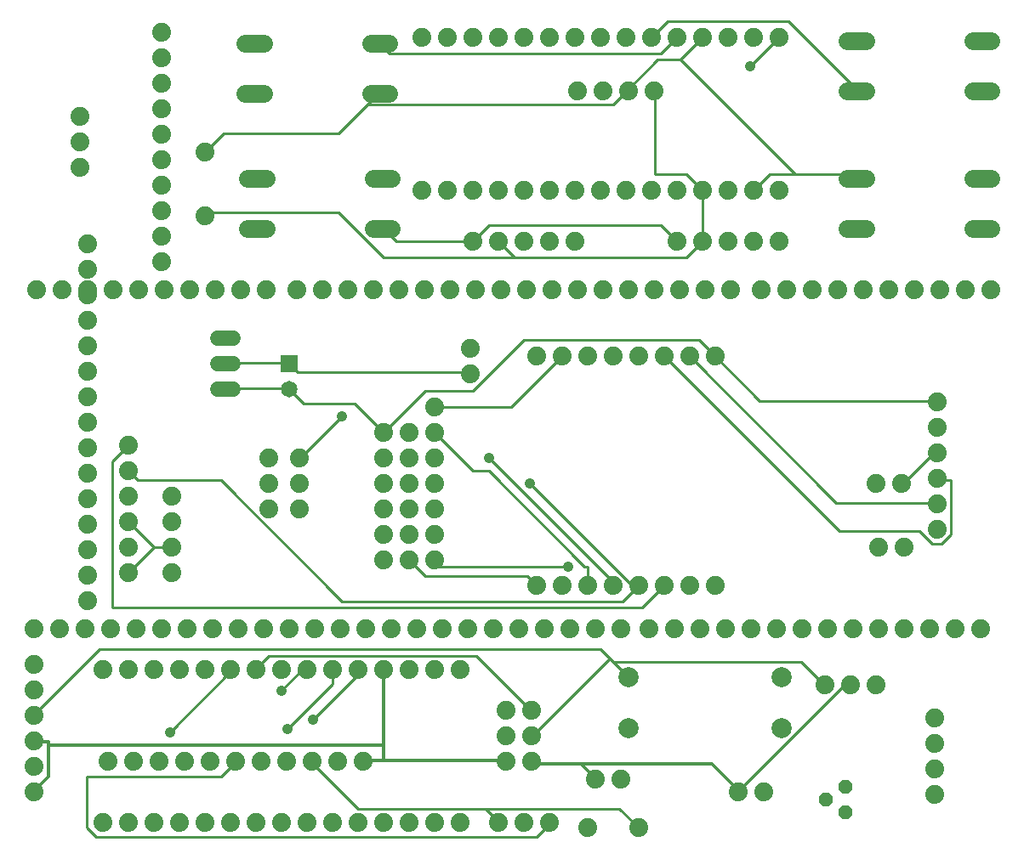
<source format=gbr>
G04 EAGLE Gerber RS-274X export*
G75*
%MOMM*%
%FSLAX34Y34*%
%LPD*%
%INBottom Copper*%
%IPPOS*%
%AMOC8*
5,1,8,0,0,1.08239X$1,22.5*%
G01*
%ADD10C,1.879600*%
%ADD11C,1.790700*%
%ADD12P,1.429621X8X112.500000*%
%ADD13C,2.000000*%
%ADD14C,1.524000*%
%ADD15R,1.651000X1.651000*%
%ADD16C,1.651000*%
%ADD17C,0.304800*%
%ADD18C,0.254000*%
%ADD19C,1.066800*%


D10*
X444500Y182880D03*
X419100Y182880D03*
X393700Y182880D03*
X368300Y182880D03*
X342900Y182880D03*
X317500Y182880D03*
X292100Y182880D03*
X266700Y182880D03*
X241300Y182880D03*
X215900Y182880D03*
X190500Y182880D03*
X165100Y182880D03*
X139700Y182880D03*
X114300Y182880D03*
X88900Y182880D03*
X88900Y30480D03*
X114300Y30480D03*
X139700Y30480D03*
X165100Y30480D03*
X190500Y30480D03*
X215900Y30480D03*
X241300Y30480D03*
X266700Y30480D03*
X292100Y30480D03*
X317500Y30480D03*
X342900Y30480D03*
X368300Y30480D03*
X393700Y30480D03*
X419100Y30480D03*
X444500Y30480D03*
X916940Y134620D03*
X916940Y109220D03*
X916940Y83820D03*
X916940Y58420D03*
X622300Y25400D03*
X571500Y25400D03*
X406400Y660400D03*
X431800Y660400D03*
X457200Y660400D03*
X482600Y660400D03*
X508000Y660400D03*
X533400Y660400D03*
X558800Y660400D03*
X584200Y660400D03*
X609600Y660400D03*
X635000Y660400D03*
X660400Y660400D03*
X685800Y660400D03*
X711200Y660400D03*
X736600Y660400D03*
X762000Y660400D03*
X762000Y812800D03*
X736600Y812800D03*
X711200Y812800D03*
X685800Y812800D03*
X660400Y812800D03*
X635000Y812800D03*
X609600Y812800D03*
X584200Y812800D03*
X558800Y812800D03*
X533400Y812800D03*
X508000Y812800D03*
X482600Y812800D03*
X457200Y812800D03*
X431800Y812800D03*
X406400Y812800D03*
X457200Y609600D03*
X482600Y609600D03*
X508000Y609600D03*
X533400Y609600D03*
X558800Y609600D03*
X660400Y609600D03*
X685800Y609600D03*
X711200Y609600D03*
X736600Y609600D03*
X762000Y609600D03*
D11*
X373698Y807212D02*
X355791Y807212D01*
X248730Y807212D02*
X230823Y807212D01*
X355791Y757428D02*
X373698Y757428D01*
X248730Y757428D02*
X230823Y757428D01*
X830263Y759968D02*
X848170Y759968D01*
X955231Y759968D02*
X973138Y759968D01*
X848170Y809752D02*
X830263Y809752D01*
X955231Y809752D02*
X973138Y809752D01*
D10*
X347980Y91440D03*
X322580Y91440D03*
X297180Y91440D03*
X271780Y91440D03*
X246380Y91440D03*
X220980Y91440D03*
X195580Y91440D03*
X170180Y91440D03*
X144780Y91440D03*
X119380Y91440D03*
X93980Y91440D03*
X358140Y561340D03*
X383540Y561340D03*
X408940Y561340D03*
X434340Y561340D03*
X459740Y561340D03*
X485140Y561340D03*
X510540Y561340D03*
X535940Y561340D03*
X561340Y561340D03*
X586740Y561340D03*
X612140Y561340D03*
X637540Y561340D03*
X662940Y561340D03*
X688340Y561340D03*
X713740Y561340D03*
X96520Y223520D03*
X121920Y223520D03*
X147320Y223520D03*
X172720Y223520D03*
X198120Y223520D03*
X223520Y223520D03*
X248920Y223520D03*
X274320Y223520D03*
X299720Y223520D03*
X325120Y223520D03*
X350520Y223520D03*
X375920Y223520D03*
X401320Y223520D03*
X426720Y223520D03*
X452120Y223520D03*
X20320Y223520D03*
X45720Y223520D03*
X71120Y223520D03*
X281940Y561340D03*
X307340Y561340D03*
X332740Y561340D03*
X66040Y734060D03*
X66040Y708660D03*
X66040Y683260D03*
X502920Y223520D03*
X528320Y223520D03*
X553720Y223520D03*
X604520Y223520D03*
X579120Y223520D03*
X147320Y614680D03*
X147320Y589280D03*
X73660Y251460D03*
X73660Y276860D03*
X73660Y302260D03*
X73660Y327660D03*
X73660Y353060D03*
X73660Y378460D03*
X73660Y403860D03*
X73660Y429260D03*
X73660Y454660D03*
X73660Y480060D03*
X73660Y505460D03*
X73660Y530860D03*
X73660Y556260D03*
X73660Y581660D03*
X73660Y607060D03*
X190500Y698500D03*
X190500Y635000D03*
X962660Y223520D03*
X937260Y223520D03*
X911860Y223520D03*
X886460Y223520D03*
X861060Y223520D03*
X835660Y223520D03*
X810260Y223520D03*
X784860Y223520D03*
X759460Y223520D03*
X734060Y223520D03*
X708660Y223520D03*
X683260Y223520D03*
X657860Y223520D03*
X632460Y223520D03*
X744220Y561340D03*
X769620Y561340D03*
X795020Y561340D03*
X820420Y561340D03*
X845820Y561340D03*
X871220Y561340D03*
X896620Y561340D03*
X922020Y561340D03*
X947420Y561340D03*
X972820Y561340D03*
X637540Y759460D03*
X612140Y759460D03*
X586740Y759460D03*
X561340Y759460D03*
X22860Y561340D03*
X48260Y561340D03*
X73660Y561340D03*
X99060Y561340D03*
X124460Y561340D03*
X149860Y561340D03*
X175260Y561340D03*
X200660Y561340D03*
X226060Y561340D03*
X251460Y561340D03*
X147320Y640080D03*
X147320Y665480D03*
X147320Y690880D03*
X147320Y716280D03*
X147320Y741680D03*
X147320Y767080D03*
X147320Y792480D03*
X147320Y817880D03*
X20320Y187960D03*
X20320Y162560D03*
X20320Y137160D03*
X20320Y111760D03*
X20320Y86360D03*
X20320Y60960D03*
D12*
X828040Y66040D03*
X808990Y53340D03*
X828040Y40640D03*
D13*
X612140Y124460D03*
X764540Y124460D03*
D10*
X477520Y223520D03*
X490220Y142240D03*
X490220Y116840D03*
X490220Y91440D03*
X515620Y91440D03*
X515620Y116840D03*
X515620Y142240D03*
X721360Y60960D03*
X746760Y60960D03*
D13*
X764540Y175260D03*
X612140Y175260D03*
D10*
X858520Y167640D03*
X833120Y167640D03*
X807720Y167640D03*
X533400Y30480D03*
X508000Y30480D03*
X482600Y30480D03*
X604520Y73660D03*
X579120Y73660D03*
X919480Y322580D03*
X919480Y347980D03*
X919480Y373380D03*
X919480Y398780D03*
X919480Y424180D03*
X919480Y449580D03*
X419100Y419100D03*
X419100Y393700D03*
X419100Y368300D03*
X419100Y342900D03*
X419100Y317500D03*
X419100Y292100D03*
X698500Y495300D03*
X673100Y495300D03*
X647700Y495300D03*
X622300Y495300D03*
X596900Y495300D03*
X571500Y495300D03*
X546100Y495300D03*
X520700Y495300D03*
X520700Y266700D03*
X546100Y266700D03*
X571500Y266700D03*
X596900Y266700D03*
X622300Y266700D03*
X647700Y266700D03*
X673100Y266700D03*
X698500Y266700D03*
X861060Y304800D03*
X886460Y304800D03*
X393700Y292100D03*
X393700Y317500D03*
X393700Y342900D03*
X393700Y368300D03*
X393700Y393700D03*
X393700Y419100D03*
X368300Y292100D03*
X368300Y317500D03*
X368300Y342900D03*
X368300Y368300D03*
X368300Y393700D03*
X368300Y419100D03*
X454660Y502920D03*
X454660Y477520D03*
X419100Y444500D03*
X157480Y279400D03*
X157480Y304800D03*
X157480Y330200D03*
X157480Y355600D03*
X284480Y342900D03*
X284480Y368300D03*
X284480Y393700D03*
X254000Y393700D03*
X254000Y368300D03*
X254000Y342900D03*
X858520Y368300D03*
X883920Y368300D03*
D11*
X376238Y672592D02*
X358331Y672592D01*
X251270Y672592D02*
X233363Y672592D01*
X358331Y622808D02*
X376238Y622808D01*
X251270Y622808D02*
X233363Y622808D01*
X830263Y622808D02*
X848170Y622808D01*
X955231Y622808D02*
X973138Y622808D01*
X848170Y672592D02*
X830263Y672592D01*
X955231Y672592D02*
X973138Y672592D01*
D14*
X218440Y462280D02*
X203200Y462280D01*
X203200Y487680D02*
X218440Y487680D01*
X218440Y513080D02*
X203200Y513080D01*
D15*
X274320Y487480D03*
D16*
X274320Y462480D03*
D10*
X114300Y406400D03*
X114300Y381000D03*
X114300Y355600D03*
X114300Y330200D03*
X114300Y304800D03*
X114300Y279400D03*
D17*
X721360Y60960D02*
X825500Y165100D01*
X831850Y165100D01*
X833120Y167640D01*
X34925Y76200D02*
X22225Y63500D01*
X34925Y107950D02*
X34925Y111125D01*
X34925Y107950D02*
X34925Y76200D01*
X34925Y111125D02*
X22225Y111125D01*
X22225Y63500D02*
X20320Y60960D01*
X22225Y111125D02*
X20320Y111760D01*
X368300Y92075D02*
X488950Y92075D01*
X368300Y92075D02*
X349250Y92075D01*
X347980Y91440D01*
X488950Y92075D02*
X490220Y91440D01*
X368300Y92075D02*
X368300Y107950D01*
X368300Y182880D01*
X368300Y107950D02*
X34925Y107950D01*
X565150Y88900D02*
X577850Y76200D01*
X565150Y88900D02*
X517525Y88900D01*
X577850Y76200D02*
X579120Y73660D01*
X517525Y88900D02*
X515620Y91440D01*
X695325Y88900D02*
X720725Y63500D01*
X695325Y88900D02*
X565150Y88900D01*
X720725Y63500D02*
X721360Y60960D01*
D18*
X317500Y168275D02*
X273050Y123825D01*
X317500Y168275D02*
X317500Y182880D01*
D19*
X273050Y123825D03*
D18*
X241300Y184150D02*
X254000Y196850D01*
X460375Y196850D01*
X514350Y142875D01*
X241300Y182880D02*
X241300Y184150D01*
X514350Y142875D02*
X515620Y142240D01*
X215900Y180975D02*
X155575Y120650D01*
X215900Y180975D02*
X215900Y182880D01*
D19*
X155575Y120650D03*
D18*
X85725Y203200D02*
X22225Y139700D01*
X85725Y203200D02*
X584200Y203200D01*
X596900Y190500D02*
X612140Y175260D01*
X596900Y190500D02*
X593725Y193675D01*
X584200Y203200D01*
X22225Y139700D02*
X20320Y137160D01*
X517525Y117475D02*
X593725Y193675D01*
X517525Y117475D02*
X515620Y116840D01*
X784225Y190500D02*
X806450Y168275D01*
X784225Y190500D02*
X596900Y190500D01*
X806450Y168275D02*
X807720Y167640D01*
X285750Y180975D02*
X266700Y161925D01*
X285750Y180975D02*
X292100Y180975D01*
X292100Y182880D01*
D19*
X266700Y161925D03*
D18*
X298450Y133350D02*
X342900Y177800D01*
X342900Y182880D01*
X520700Y15875D02*
X533400Y28575D01*
X520700Y15875D02*
X82550Y15875D01*
X73025Y25400D01*
X73025Y76200D01*
X206375Y76200D01*
X219075Y88900D01*
X533400Y30480D02*
X533400Y28575D01*
X220980Y91440D02*
X219075Y88900D01*
D19*
X298450Y133350D03*
D18*
X298450Y88900D02*
X342900Y44450D01*
X469900Y44450D01*
X482600Y31750D01*
X298450Y88900D02*
X297180Y91440D01*
X482600Y31750D02*
X482600Y30480D01*
X603250Y44450D02*
X622300Y25400D01*
X603250Y44450D02*
X469900Y44450D01*
X612775Y762000D02*
X641350Y790575D01*
X663575Y790575D01*
X685800Y812800D01*
X612775Y762000D02*
X612140Y759460D01*
X835025Y676275D02*
X838200Y673100D01*
X777875Y676275D02*
X752475Y676275D01*
X777875Y676275D02*
X835025Y676275D01*
X752475Y676275D02*
X736600Y660400D01*
X838200Y673100D02*
X839216Y672592D01*
X777875Y676275D02*
X663575Y790575D01*
X381000Y609600D02*
X368300Y622300D01*
X381000Y609600D02*
X457200Y609600D01*
X368300Y622300D02*
X367284Y622808D01*
X209550Y717550D02*
X190500Y698500D01*
X209550Y717550D02*
X323850Y717550D01*
X352425Y746125D02*
X361950Y755650D01*
X352425Y746125D02*
X323850Y717550D01*
X361950Y755650D02*
X364744Y757428D01*
X644525Y625475D02*
X660400Y609600D01*
X644525Y625475D02*
X473075Y625475D01*
X457200Y609600D01*
X596900Y746125D02*
X609600Y758825D01*
X596900Y746125D02*
X352425Y746125D01*
X609600Y758825D02*
X612140Y759460D01*
X482600Y609600D02*
X498475Y593725D01*
X669925Y593725D01*
X685800Y609600D01*
X193675Y638175D02*
X190500Y635000D01*
X193675Y638175D02*
X323850Y638175D01*
X368300Y593725D01*
X498475Y593725D01*
X685800Y609600D02*
X685800Y660400D01*
X638175Y676275D02*
X638175Y758825D01*
X638175Y676275D02*
X669925Y676275D01*
X685800Y660400D01*
X638175Y758825D02*
X637540Y759460D01*
X374650Y796925D02*
X365125Y806450D01*
X374650Y796925D02*
X644525Y796925D01*
X660400Y812800D01*
X365125Y806450D02*
X364744Y807212D01*
X771525Y828675D02*
X838200Y762000D01*
X771525Y828675D02*
X650875Y828675D01*
X635000Y812800D01*
X838200Y762000D02*
X839216Y759968D01*
X762000Y812800D02*
X733425Y784225D01*
D19*
X733425Y784225D03*
D18*
X698500Y495300D02*
X742950Y450850D01*
X917575Y450850D01*
X919480Y449580D01*
X139700Y304800D02*
X114300Y279400D01*
X139700Y304800D02*
X157480Y304800D01*
X139700Y304800D02*
X114300Y330200D01*
X212725Y463550D02*
X273050Y463550D01*
X212725Y463550D02*
X210820Y462280D01*
X273050Y463550D02*
X274320Y462480D01*
X276225Y460375D02*
X288925Y447675D01*
X339725Y447675D01*
X368300Y419100D01*
X276225Y460375D02*
X274320Y462480D01*
X682625Y511175D02*
X698500Y495300D01*
X682625Y511175D02*
X508000Y511175D01*
X457200Y460375D01*
X409575Y460375D01*
X368300Y419100D01*
X885825Y368300D02*
X914400Y396875D01*
X917575Y396875D01*
X885825Y368300D02*
X883920Y368300D01*
X917575Y396875D02*
X919480Y398780D01*
X520700Y266700D02*
X511175Y276225D01*
X409575Y276225D01*
X393700Y292100D01*
X673100Y495300D02*
X819150Y349250D01*
X917575Y349250D01*
X919480Y347980D01*
X822325Y320675D02*
X647700Y495300D01*
X822325Y320675D02*
X901700Y320675D01*
X914400Y307975D01*
X923925Y307975D01*
X933450Y317500D01*
X933450Y371475D01*
X920750Y371475D01*
X919480Y373380D01*
X327025Y434975D02*
X285750Y393700D01*
X284480Y393700D01*
X495300Y444500D02*
X546100Y495300D01*
X495300Y444500D02*
X419100Y444500D01*
D19*
X327025Y434975D03*
D18*
X273050Y488950D02*
X212725Y488950D01*
X210820Y487680D01*
X273050Y488950D02*
X274320Y487480D01*
X276225Y485775D02*
X282575Y479425D01*
X454025Y479425D01*
X276225Y485775D02*
X274320Y487480D01*
X454025Y479425D02*
X454660Y477520D01*
X571500Y285750D02*
X571500Y266700D01*
X571500Y285750D02*
X568325Y285750D01*
X473075Y381000D01*
X457200Y381000D01*
X419100Y419100D01*
X473075Y393700D02*
X596900Y269875D01*
X596900Y266700D01*
D19*
X473075Y393700D03*
D18*
X123825Y371475D02*
X114300Y381000D01*
X123825Y371475D02*
X206375Y371475D01*
X327025Y250825D01*
X606425Y250825D01*
X619125Y263525D01*
X514350Y368300D01*
X619125Y263525D02*
X622300Y266700D01*
D19*
X514350Y368300D03*
D18*
X114300Y406400D02*
X98425Y390525D01*
X98425Y244475D01*
X625475Y244475D01*
X647700Y266700D01*
X425450Y285750D02*
X419100Y292100D01*
X425450Y285750D02*
X552450Y285750D01*
D19*
X552450Y285750D03*
M02*

</source>
